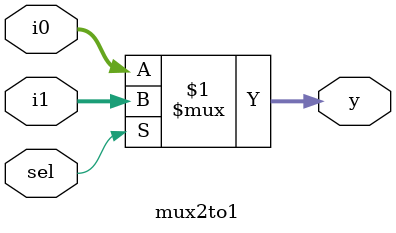
<source format=v>
module mux2to1 (i0, i1, sel , y);
  input [4:0] i0, i1;
  input sel;
  output [4:0] y;
  
  assign y = sel ? i1 : i0;
  
endmodule


</source>
